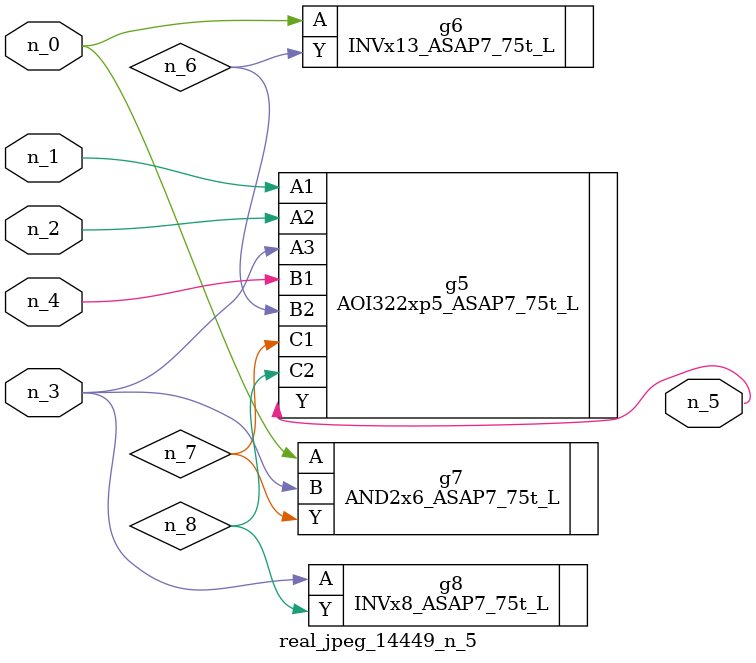
<source format=v>
module real_jpeg_14449_n_5 (n_4, n_0, n_1, n_2, n_3, n_5);

input n_4;
input n_0;
input n_1;
input n_2;
input n_3;

output n_5;

wire n_8;
wire n_6;
wire n_7;

INVx13_ASAP7_75t_L g6 ( 
.A(n_0),
.Y(n_6)
);

AND2x6_ASAP7_75t_L g7 ( 
.A(n_0),
.B(n_3),
.Y(n_7)
);

AOI322xp5_ASAP7_75t_L g5 ( 
.A1(n_1),
.A2(n_2),
.A3(n_3),
.B1(n_4),
.B2(n_6),
.C1(n_7),
.C2(n_8),
.Y(n_5)
);

INVx8_ASAP7_75t_L g8 ( 
.A(n_3),
.Y(n_8)
);


endmodule
</source>
